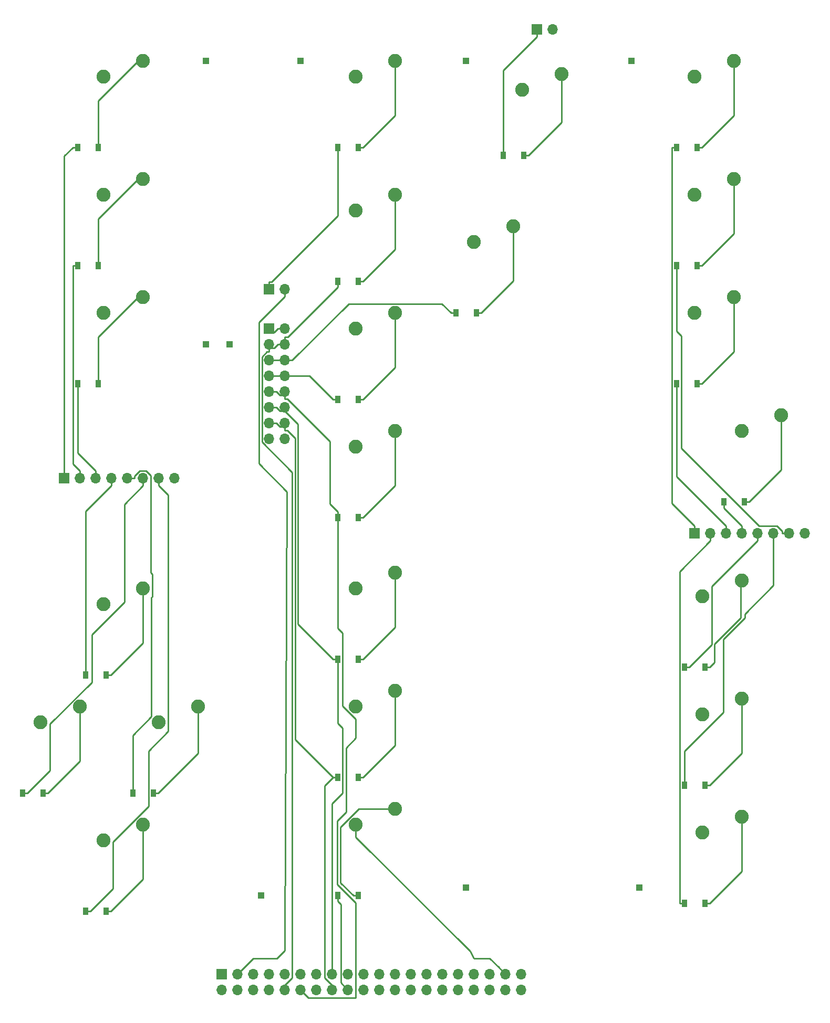
<source format=gbr>
%TF.GenerationSoftware,KiCad,Pcbnew,(5.1.10-1-10_14)*%
%TF.CreationDate,2021-05-06T19:08:34+01:00*%
%TF.ProjectId,haxophone001,6861786f-7068-46f6-9e65-3030312e6b69,rev?*%
%TF.SameCoordinates,Original*%
%TF.FileFunction,Copper,L1,Top*%
%TF.FilePolarity,Positive*%
%FSLAX46Y46*%
G04 Gerber Fmt 4.6, Leading zero omitted, Abs format (unit mm)*
G04 Created by KiCad (PCBNEW (5.1.10-1-10_14)) date 2021-05-06 19:08:34*
%MOMM*%
%LPD*%
G01*
G04 APERTURE LIST*
%TA.AperFunction,ComponentPad*%
%ADD10R,1.000000X1.000000*%
%TD*%
%TA.AperFunction,ComponentPad*%
%ADD11C,2.250000*%
%TD*%
%TA.AperFunction,ComponentPad*%
%ADD12O,1.700000X1.700000*%
%TD*%
%TA.AperFunction,ComponentPad*%
%ADD13R,1.700000X1.700000*%
%TD*%
%TA.AperFunction,SMDPad,CuDef*%
%ADD14R,0.900000X1.200000*%
%TD*%
%TA.AperFunction,Conductor*%
%ADD15C,0.250000*%
%TD*%
G04 APERTURE END LIST*
D10*
%TO.P,REF\u002A\u002A,1*%
%TO.N,N/C*%
X80010000Y-68580000D03*
%TD*%
%TO.P,REF\u002A\u002A,1*%
%TO.N,N/C*%
X76200000Y-68580000D03*
%TD*%
%TO.P,REF\u002A\u002A,1*%
%TO.N,N/C*%
X85090000Y-157480000D03*
%TD*%
%TO.P,REF\u002A\u002A,1*%
%TO.N,N/C*%
X91440000Y-22860000D03*
%TD*%
%TO.P,REF\u002A\u002A,1*%
%TO.N,N/C*%
X76200000Y-22860000D03*
%TD*%
%TO.P,REF\u002A\u002A,1*%
%TO.N,N/C*%
X144780000Y-22860000D03*
%TD*%
%TO.P,REF\u002A\u002A,1*%
%TO.N,N/C*%
X118110000Y-22860000D03*
%TD*%
%TO.P,REF\u002A\u002A,1*%
%TO.N,N/C*%
X146050000Y-156210000D03*
%TD*%
%TO.P,REF\u002A\u002A,1*%
%TO.N,N/C*%
X118110000Y-156210000D03*
%TD*%
D11*
%TO.P,MX7,2*%
%TO.N,Net-(D7-Pad2)*%
X66040000Y-146050000D03*
%TO.P,MX7,1*%
%TO.N,COL0_0*%
X59690000Y-148590000D03*
%TD*%
%TO.P,MX23,2*%
%TO.N,Net-(D23-Pad2)*%
X161290000Y-41910000D03*
%TO.P,MX23,1*%
%TO.N,COL2_2*%
X154940000Y-44450000D03*
%TD*%
D12*
%TO.P,J2,16*%
%TO.N,COL2*%
X88900000Y-83820000D03*
%TO.P,J2,15*%
%TO.N,COL0*%
X86360000Y-83820000D03*
%TO.P,J2,14*%
%TO.N,ROW6*%
X88900000Y-81280000D03*
%TO.P,J2,13*%
X86360000Y-81280000D03*
%TO.P,J2,12*%
%TO.N,ROW5*%
X88900000Y-78740000D03*
%TO.P,J2,11*%
X86360000Y-78740000D03*
%TO.P,J2,10*%
%TO.N,ROW4*%
X88900000Y-76200000D03*
%TO.P,J2,9*%
X86360000Y-76200000D03*
%TO.P,J2,8*%
%TO.N,ROW3*%
X88900000Y-73660000D03*
%TO.P,J2,7*%
X86360000Y-73660000D03*
%TO.P,J2,6*%
%TO.N,ROW2*%
X88900000Y-71120000D03*
%TO.P,J2,5*%
X86360000Y-71120000D03*
%TO.P,J2,4*%
%TO.N,ROW1*%
X88900000Y-68580000D03*
%TO.P,J2,3*%
X86360000Y-68580000D03*
%TO.P,J2,2*%
%TO.N,ROW0*%
X88900000Y-66040000D03*
D13*
%TO.P,J2,1*%
X86360000Y-66040000D03*
%TD*%
D11*
%TO.P,MX2,2*%
%TO.N,Net-(D2-Pad2)*%
X66040000Y-41910000D03*
%TO.P,MX2,1*%
%TO.N,COL0_0*%
X59690000Y-44450000D03*
%TD*%
D14*
%TO.P,D8,2*%
%TO.N,Net-(D8-Pad2)*%
X127380000Y-38100000D03*
%TO.P,D8,1*%
%TO.N,Net-(D8-Pad1)*%
X124080000Y-38100000D03*
%TD*%
D11*
%TO.P,MX16,2*%
%TO.N,Net-(D16-Pad2)*%
X106680000Y-143510000D03*
%TO.P,MX16,1*%
%TO.N,COL1*%
X100330000Y-146050000D03*
%TD*%
D14*
%TO.P,D16,2*%
%TO.N,Net-(D16-Pad2)*%
X100710000Y-157480000D03*
%TO.P,D16,1*%
%TO.N,ROW7*%
X97410000Y-157480000D03*
%TD*%
D11*
%TO.P,MX4,2*%
%TO.N,Net-(D4-Pad2)*%
X66040000Y-107950000D03*
%TO.P,MX4,1*%
%TO.N,COL0_0*%
X59690000Y-110490000D03*
%TD*%
%TO.P,MX22,2*%
%TO.N,Net-(D22-Pad2)*%
X162560000Y-125730000D03*
%TO.P,MX22,1*%
%TO.N,COL2_2*%
X156210000Y-128270000D03*
%TD*%
%TO.P,MX21,2*%
%TO.N,Net-(D21-Pad2)*%
X162560000Y-106680000D03*
%TO.P,MX21,1*%
%TO.N,COL2_2*%
X156210000Y-109220000D03*
%TD*%
%TO.P,MX20,2*%
%TO.N,Net-(D20-Pad2)*%
X168910000Y-80010000D03*
%TO.P,MX20,1*%
%TO.N,COL2_2*%
X162560000Y-82550000D03*
%TD*%
%TO.P,MX19,2*%
%TO.N,Net-(D19-Pad2)*%
X161290000Y-60960000D03*
%TO.P,MX19,1*%
%TO.N,COL2_2*%
X154940000Y-63500000D03*
%TD*%
%TO.P,MX18,2*%
%TO.N,Net-(D18-Pad2)*%
X162560000Y-144780000D03*
%TO.P,MX18,1*%
%TO.N,COL2_2*%
X156210000Y-147320000D03*
%TD*%
%TO.P,MX17,2*%
%TO.N,Net-(D17-Pad2)*%
X161290000Y-22860000D03*
%TO.P,MX17,1*%
%TO.N,COL2_2*%
X154940000Y-25400000D03*
%TD*%
%TO.P,MX15,2*%
%TO.N,Net-(D15-Pad2)*%
X106680000Y-124460000D03*
%TO.P,MX15,1*%
%TO.N,COL1*%
X100330000Y-127000000D03*
%TD*%
%TO.P,MX14,2*%
%TO.N,Net-(D14-Pad2)*%
X106680000Y-105410000D03*
%TO.P,MX14,1*%
%TO.N,COL1*%
X100330000Y-107950000D03*
%TD*%
%TO.P,MX13,2*%
%TO.N,Net-(D13-Pad2)*%
X106680000Y-82550000D03*
%TO.P,MX13,1*%
%TO.N,COL1*%
X100330000Y-85090000D03*
%TD*%
%TO.P,MX12,2*%
%TO.N,Net-(D12-Pad2)*%
X106680000Y-63500000D03*
%TO.P,MX12,1*%
%TO.N,COL1*%
X100330000Y-66040000D03*
%TD*%
D14*
%TO.P,D4,2*%
%TO.N,Net-(D4-Pad2)*%
X60070000Y-121920000D03*
%TO.P,D4,1*%
%TO.N,ROW0_3*%
X56770000Y-121920000D03*
%TD*%
%TO.P,D5,2*%
%TO.N,Net-(D5-Pad2)*%
X67690000Y-140970000D03*
%TO.P,D5,1*%
%TO.N,ROW0_4*%
X64390000Y-140970000D03*
%TD*%
%TO.P,D6,2*%
%TO.N,Net-(D6-Pad2)*%
X49910000Y-140970000D03*
%TO.P,D6,1*%
%TO.N,ROW0_5*%
X46610000Y-140970000D03*
%TD*%
%TO.P,D7,2*%
%TO.N,Net-(D7-Pad2)*%
X60070000Y-160020000D03*
%TO.P,D7,1*%
%TO.N,ROW0_6*%
X56770000Y-160020000D03*
%TD*%
%TO.P,D9,1*%
%TO.N,ROW0*%
X97410000Y-36830000D03*
%TO.P,D9,2*%
%TO.N,Net-(D9-Pad2)*%
X100710000Y-36830000D03*
%TD*%
%TO.P,D10,1*%
%TO.N,ROW1*%
X97410000Y-58420000D03*
%TO.P,D10,2*%
%TO.N,Net-(D10-Pad2)*%
X100710000Y-58420000D03*
%TD*%
%TO.P,D11,1*%
%TO.N,ROW2*%
X116460000Y-63500000D03*
%TO.P,D11,2*%
%TO.N,Net-(D11-Pad2)*%
X119760000Y-63500000D03*
%TD*%
%TO.P,D12,2*%
%TO.N,Net-(D12-Pad2)*%
X100710000Y-77470000D03*
%TO.P,D12,1*%
%TO.N,ROW3*%
X97410000Y-77470000D03*
%TD*%
%TO.P,D13,2*%
%TO.N,Net-(D13-Pad2)*%
X100710000Y-96520000D03*
%TO.P,D13,1*%
%TO.N,ROW4*%
X97410000Y-96520000D03*
%TD*%
%TO.P,D14,2*%
%TO.N,Net-(D14-Pad2)*%
X100710000Y-119380000D03*
%TO.P,D14,1*%
%TO.N,ROW5*%
X97410000Y-119380000D03*
%TD*%
%TO.P,D15,2*%
%TO.N,Net-(D15-Pad2)*%
X100710000Y-138430000D03*
%TO.P,D15,1*%
%TO.N,ROW6*%
X97410000Y-138430000D03*
%TD*%
%TO.P,D17,1*%
%TO.N,ROW2_0*%
X152020000Y-36830000D03*
%TO.P,D17,2*%
%TO.N,Net-(D17-Pad2)*%
X155320000Y-36830000D03*
%TD*%
%TO.P,D18,1*%
%TO.N,ROW2_1*%
X153290000Y-158750000D03*
%TO.P,D18,2*%
%TO.N,Net-(D18-Pad2)*%
X156590000Y-158750000D03*
%TD*%
%TO.P,D19,1*%
%TO.N,ROW2_2*%
X152020000Y-74930000D03*
%TO.P,D19,2*%
%TO.N,Net-(D19-Pad2)*%
X155320000Y-74930000D03*
%TD*%
%TO.P,D20,1*%
%TO.N,ROW2_3*%
X159640000Y-93980000D03*
%TO.P,D20,2*%
%TO.N,Net-(D20-Pad2)*%
X162940000Y-93980000D03*
%TD*%
%TO.P,D21,2*%
%TO.N,Net-(D21-Pad2)*%
X156590000Y-120650000D03*
%TO.P,D21,1*%
%TO.N,ROW2_4*%
X153290000Y-120650000D03*
%TD*%
%TO.P,D22,2*%
%TO.N,Net-(D22-Pad2)*%
X156590000Y-139700000D03*
%TO.P,D22,1*%
%TO.N,ROW2_5*%
X153290000Y-139700000D03*
%TD*%
%TO.P,D23,2*%
%TO.N,Net-(D23-Pad2)*%
X155320000Y-55880000D03*
%TO.P,D23,1*%
%TO.N,ROW2_6*%
X152020000Y-55880000D03*
%TD*%
D13*
%TO.P,J3,1*%
%TO.N,N/C*%
X78740000Y-170180000D03*
D12*
%TO.P,J3,2*%
X78740000Y-172720000D03*
%TO.P,J3,3*%
%TO.N,COL3*%
X81280000Y-170180000D03*
%TO.P,J3,4*%
%TO.N,N/C*%
X81280000Y-172720000D03*
%TO.P,J3,5*%
X83820000Y-170180000D03*
%TO.P,J3,6*%
X83820000Y-172720000D03*
%TO.P,J3,7*%
X86360000Y-170180000D03*
%TO.P,J3,8*%
%TO.N,ROW0*%
X86360000Y-172720000D03*
%TO.P,J3,9*%
%TO.N,N/C*%
X88900000Y-170180000D03*
%TO.P,J3,10*%
%TO.N,ROW1*%
X88900000Y-172720000D03*
%TO.P,J3,11*%
%TO.N,ROW3*%
X91440000Y-170180000D03*
%TO.P,J3,12*%
%TO.N,ROW4*%
X91440000Y-172720000D03*
%TO.P,J3,13*%
%TO.N,COL2*%
X93980000Y-170180000D03*
%TO.P,J3,14*%
%TO.N,N/C*%
X93980000Y-172720000D03*
%TO.P,J3,15*%
%TO.N,ROW5*%
X96520000Y-170180000D03*
%TO.P,J3,16*%
%TO.N,ROW6*%
X96520000Y-172720000D03*
%TO.P,J3,17*%
%TO.N,N/C*%
X99060000Y-170180000D03*
%TO.P,J3,18*%
%TO.N,ROW7*%
X99060000Y-172720000D03*
%TO.P,J3,19*%
%TO.N,N/C*%
X101600000Y-170180000D03*
%TO.P,J3,20*%
X101600000Y-172720000D03*
%TO.P,J3,21*%
X104140000Y-170180000D03*
%TO.P,J3,22*%
%TO.N,COL0*%
X104140000Y-172720000D03*
%TO.P,J3,23*%
%TO.N,N/C*%
X106680000Y-170180000D03*
%TO.P,J3,24*%
X106680000Y-172720000D03*
%TO.P,J3,25*%
X109220000Y-170180000D03*
%TO.P,J3,26*%
X109220000Y-172720000D03*
%TO.P,J3,27*%
X111760000Y-170180000D03*
%TO.P,J3,28*%
X111760000Y-172720000D03*
%TO.P,J3,29*%
X114300000Y-170180000D03*
%TO.P,J3,30*%
X114300000Y-172720000D03*
%TO.P,J3,31*%
X116840000Y-170180000D03*
%TO.P,J3,32*%
X116840000Y-172720000D03*
%TO.P,J3,33*%
X119380000Y-170180000D03*
%TO.P,J3,34*%
X119380000Y-172720000D03*
%TO.P,J3,35*%
X121920000Y-170180000D03*
%TO.P,J3,36*%
%TO.N,ROW2*%
X121920000Y-172720000D03*
%TO.P,J3,37*%
%TO.N,COL1*%
X124460000Y-170180000D03*
%TO.P,J3,38*%
%TO.N,N/C*%
X124460000Y-172720000D03*
%TO.P,J3,39*%
X127000000Y-170180000D03*
%TO.P,J3,40*%
X127000000Y-172720000D03*
%TD*%
%TO.P,J6,2*%
%TO.N,COL3*%
X88900000Y-59690000D03*
D13*
%TO.P,J6,1*%
%TO.N,ROW0*%
X86360000Y-59690000D03*
%TD*%
D12*
%TO.P,J5,2*%
%TO.N,Net-(J5-Pad2)*%
X132080000Y-17780000D03*
D13*
%TO.P,J5,1*%
%TO.N,Net-(D8-Pad1)*%
X129540000Y-17780000D03*
%TD*%
D11*
%TO.P,MX8,2*%
%TO.N,Net-(D8-Pad2)*%
X133505000Y-24935000D03*
%TO.P,MX8,1*%
%TO.N,Net-(J5-Pad2)*%
X127155000Y-27475000D03*
%TD*%
%TO.P,MX11,2*%
%TO.N,Net-(D11-Pad2)*%
X125730000Y-49530000D03*
%TO.P,MX11,1*%
%TO.N,COL1*%
X119380000Y-52070000D03*
%TD*%
%TO.P,MX6,2*%
%TO.N,Net-(D6-Pad2)*%
X55880000Y-127000000D03*
%TO.P,MX6,1*%
%TO.N,COL0_0*%
X49530000Y-129540000D03*
%TD*%
%TO.P,MX10,2*%
%TO.N,Net-(D10-Pad2)*%
X106680000Y-44450000D03*
%TO.P,MX10,1*%
%TO.N,COL1*%
X100330000Y-46990000D03*
%TD*%
%TO.P,MX9,2*%
%TO.N,Net-(D9-Pad2)*%
X106680000Y-22860000D03*
%TO.P,MX9,1*%
%TO.N,COL1*%
X100330000Y-25400000D03*
%TD*%
%TO.P,MX5,2*%
%TO.N,Net-(D5-Pad2)*%
X74930000Y-127000000D03*
%TO.P,MX5,1*%
%TO.N,COL0_0*%
X68580000Y-129540000D03*
%TD*%
D14*
%TO.P,D2,1*%
%TO.N,ROW0_1*%
X55500000Y-55880000D03*
%TO.P,D2,2*%
%TO.N,Net-(D2-Pad2)*%
X58800000Y-55880000D03*
%TD*%
%TO.P,D3,1*%
%TO.N,ROW0_2*%
X55500000Y-74930000D03*
%TO.P,D3,2*%
%TO.N,Net-(D3-Pad2)*%
X58800000Y-74930000D03*
%TD*%
%TO.P,D1,1*%
%TO.N,ROW0_0*%
X55500000Y-36830000D03*
%TO.P,D1,2*%
%TO.N,Net-(D1-Pad2)*%
X58800000Y-36830000D03*
%TD*%
D12*
%TO.P,J1,8*%
%TO.N,COL0_0*%
X71120000Y-90170000D03*
%TO.P,J1,7*%
%TO.N,ROW0_6*%
X68580000Y-90170000D03*
%TO.P,J1,6*%
%TO.N,ROW0_5*%
X66040000Y-90170000D03*
%TO.P,J1,5*%
%TO.N,ROW0_4*%
X63500000Y-90170000D03*
%TO.P,J1,4*%
%TO.N,ROW0_3*%
X60960000Y-90170000D03*
%TO.P,J1,3*%
%TO.N,ROW0_2*%
X58420000Y-90170000D03*
%TO.P,J1,2*%
%TO.N,ROW0_1*%
X55880000Y-90170000D03*
D13*
%TO.P,J1,1*%
%TO.N,ROW0_0*%
X53340000Y-90170000D03*
%TD*%
D11*
%TO.P,MX1,2*%
%TO.N,Net-(D1-Pad2)*%
X66040000Y-22860000D03*
%TO.P,MX1,1*%
%TO.N,COL0_0*%
X59690000Y-25400000D03*
%TD*%
D12*
%TO.P,J4,8*%
%TO.N,COL2_2*%
X172720000Y-99060000D03*
%TO.P,J4,7*%
%TO.N,ROW2_6*%
X170180000Y-99060000D03*
%TO.P,J4,6*%
%TO.N,ROW2_5*%
X167640000Y-99060000D03*
%TO.P,J4,5*%
%TO.N,ROW2_4*%
X165100000Y-99060000D03*
%TO.P,J4,4*%
%TO.N,ROW2_3*%
X162560000Y-99060000D03*
%TO.P,J4,3*%
%TO.N,ROW2_2*%
X160020000Y-99060000D03*
%TO.P,J4,2*%
%TO.N,ROW2_1*%
X157480000Y-99060000D03*
D13*
%TO.P,J4,1*%
%TO.N,ROW2_0*%
X154940000Y-99060000D03*
%TD*%
D11*
%TO.P,MX3,2*%
%TO.N,Net-(D3-Pad2)*%
X66040000Y-60960000D03*
%TO.P,MX3,1*%
%TO.N,COL0_0*%
X59690000Y-63500000D03*
%TD*%
D15*
%TO.N,ROW0*%
X86360000Y-66040000D02*
X86360000Y-66609800D01*
X86360000Y-66609800D02*
X87154900Y-66609800D01*
X87154900Y-66609800D02*
X87724700Y-66040000D01*
X88900000Y-66040000D02*
X87724700Y-66040000D01*
X86360000Y-58514700D02*
X86727300Y-58514700D01*
X86727300Y-58514700D02*
X97410000Y-47832000D01*
X97410000Y-47832000D02*
X97410000Y-36830000D01*
X86360000Y-59690000D02*
X86360000Y-58514700D01*
%TO.N,Net-(D1-Pad2)*%
X58800000Y-36830000D02*
X58800000Y-29297800D01*
X58800000Y-29297800D02*
X65237800Y-22860000D01*
X65237800Y-22860000D02*
X66040000Y-22860000D01*
%TO.N,ROW1*%
X86360000Y-68580000D02*
X86360000Y-69167600D01*
X86360000Y-69167600D02*
X87137100Y-69167600D01*
X87137100Y-69167600D02*
X87724700Y-68580000D01*
X88900000Y-68580000D02*
X87724700Y-68580000D01*
X97410000Y-59345300D02*
X89350600Y-67404700D01*
X89350600Y-67404700D02*
X88900000Y-67404700D01*
X88900000Y-68580000D02*
X88900000Y-67404700D01*
X97410000Y-58420000D02*
X97410000Y-59345300D01*
X88900000Y-171919002D02*
X88900000Y-172720000D01*
X90075300Y-89197500D02*
X90075300Y-170743702D01*
X86360000Y-69755300D02*
X85992600Y-69755300D01*
X85184700Y-84306900D02*
X90075300Y-89197500D01*
X90075300Y-170743702D02*
X88900000Y-171919002D01*
X85992600Y-69755300D02*
X85184700Y-70563200D01*
X85184700Y-70563200D02*
X85184700Y-84306900D01*
X86360000Y-69167600D02*
X86360000Y-69755300D01*
%TO.N,Net-(D2-Pad2)*%
X58800000Y-55880000D02*
X58800000Y-48347800D01*
X58800000Y-48347800D02*
X65237800Y-41910000D01*
X65237800Y-41910000D02*
X66040000Y-41910000D01*
%TO.N,ROW2*%
X86360000Y-71120000D02*
X88900000Y-71120000D01*
X90075300Y-71120000D02*
X99159600Y-62035700D01*
X99159600Y-62035700D02*
X114220400Y-62035700D01*
X114220400Y-62035700D02*
X115684700Y-63500000D01*
X88900000Y-71120000D02*
X90075300Y-71120000D01*
X116460000Y-63500000D02*
X115684700Y-63500000D01*
%TO.N,Net-(D3-Pad2)*%
X58800000Y-74930000D02*
X58800000Y-67397800D01*
X58800000Y-67397800D02*
X65237800Y-60960000D01*
X65237800Y-60960000D02*
X66040000Y-60960000D01*
%TO.N,ROW3*%
X97410000Y-77470000D02*
X96634700Y-77470000D01*
X88900000Y-73660000D02*
X86360000Y-73660000D01*
X88900000Y-73660000D02*
X92824700Y-73660000D01*
X92824700Y-73660000D02*
X96634700Y-77470000D01*
%TO.N,Net-(D4-Pad2)*%
X66040000Y-107950000D02*
X66040000Y-116725300D01*
X66040000Y-116725300D02*
X60845300Y-121920000D01*
X60070000Y-121920000D02*
X60845300Y-121920000D01*
%TO.N,Net-(D5-Pad2)*%
X68465300Y-140970000D02*
X74930000Y-134505300D01*
X74930000Y-134505300D02*
X74930000Y-127000000D01*
X67690000Y-140970000D02*
X68465300Y-140970000D01*
%TO.N,ROW4*%
X97410000Y-96520000D02*
X97410000Y-95594700D01*
X88900000Y-76200000D02*
X88900000Y-76787600D01*
X88900000Y-76787600D02*
X88900000Y-77375300D01*
X88900000Y-76787600D02*
X88122900Y-76787600D01*
X88122900Y-76787600D02*
X87535300Y-76200000D01*
X86360000Y-76200000D02*
X87535300Y-76200000D01*
X88900000Y-77375300D02*
X89267300Y-77375300D01*
X89267300Y-77375300D02*
X96136200Y-84244200D01*
X96136200Y-84244200D02*
X96136200Y-94321000D01*
X96136200Y-94321000D02*
X96136300Y-94321000D01*
X96136300Y-94321000D02*
X97410000Y-95594700D01*
X92710000Y-173990000D02*
X91440000Y-172720000D01*
X100330000Y-173990000D02*
X92710000Y-173990000D01*
X98768200Y-144015300D02*
X97351900Y-145431600D01*
X97410000Y-96520000D02*
X97410000Y-114352900D01*
X97351900Y-155693600D02*
X100330000Y-158671700D01*
X98768200Y-133655500D02*
X98768200Y-144015300D01*
X100322200Y-132101500D02*
X98768200Y-133655500D01*
X100330000Y-158671700D02*
X100330000Y-173990000D01*
X98185400Y-115128300D02*
X98185400Y-126906500D01*
X100322200Y-129043300D02*
X100322200Y-132101500D01*
X97351900Y-145431600D02*
X97351900Y-155693600D01*
X97410000Y-114352900D02*
X98185400Y-115128300D01*
X98185400Y-126906500D02*
X100322200Y-129043300D01*
%TO.N,Net-(D6-Pad2)*%
X50685300Y-140970000D02*
X55880000Y-135775300D01*
X49910000Y-140970000D02*
X50685300Y-140970000D01*
X55880000Y-135775300D02*
X55880000Y-127000000D01*
%TO.N,ROW5*%
X88900000Y-78740000D02*
X88900000Y-79327600D01*
X88900000Y-79327600D02*
X88122900Y-79327600D01*
X88122900Y-79327600D02*
X87535300Y-78740000D01*
X86360000Y-78740000D02*
X87535300Y-78740000D01*
X96634700Y-119380000D02*
X90992400Y-113737700D01*
X90992400Y-113737700D02*
X90992400Y-81420000D01*
X90992400Y-81420000D02*
X88900000Y-79327600D01*
X97410000Y-119380000D02*
X96634700Y-119380000D01*
X96520000Y-167640000D02*
X96520000Y-170180000D01*
X96520000Y-142634800D02*
X96520000Y-167640000D01*
X98185400Y-140969400D02*
X96520000Y-142634800D01*
X97410000Y-129686200D02*
X98185400Y-130461600D01*
X98185400Y-130461600D02*
X98185400Y-140969400D01*
X97410000Y-119380000D02*
X97410000Y-129686200D01*
%TO.N,Net-(D7-Pad2)*%
X66040000Y-146050000D02*
X66040000Y-154825300D01*
X66040000Y-154825300D02*
X60845300Y-160020000D01*
X60070000Y-160020000D02*
X60845300Y-160020000D01*
%TO.N,ROW6*%
X97410000Y-138430000D02*
X96747300Y-138430000D01*
X96747300Y-138430000D02*
X96634800Y-138430000D01*
X96634800Y-138430000D02*
X90525600Y-132320800D01*
X90525600Y-132320800D02*
X90525600Y-83713500D01*
X90525600Y-83713500D02*
X89267400Y-82455300D01*
X89267400Y-82455300D02*
X88900000Y-82455300D01*
X88900000Y-81280000D02*
X88900000Y-81867600D01*
X88900000Y-81867600D02*
X88900000Y-82455300D01*
X88900000Y-81867600D02*
X88122900Y-81867600D01*
X88122900Y-81867600D02*
X87535300Y-81280000D01*
X86360000Y-81280000D02*
X87535300Y-81280000D01*
X96520000Y-171919002D02*
X96520000Y-172720000D01*
X95325100Y-170724102D02*
X96520000Y-171919002D01*
X95325100Y-139739700D02*
X95325100Y-170724102D01*
X96634800Y-138430000D02*
X95325100Y-139739700D01*
%TO.N,Net-(D8-Pad2)*%
X133505000Y-24935000D02*
X133505000Y-32750300D01*
X133505000Y-32750300D02*
X128155300Y-38100000D01*
X127380000Y-38100000D02*
X128155300Y-38100000D01*
%TO.N,ROW7*%
X97884700Y-158880000D02*
X97884700Y-171544700D01*
X97884700Y-171544700D02*
X99060000Y-172720000D01*
X97410000Y-158405300D02*
X97884700Y-158880000D01*
X97410000Y-157480000D02*
X97410000Y-158405300D01*
%TO.N,Net-(D9-Pad2)*%
X101485300Y-36830000D02*
X106680000Y-31635300D01*
X106680000Y-31635300D02*
X106680000Y-22860000D01*
X100710000Y-36830000D02*
X101485300Y-36830000D01*
%TO.N,Net-(D10-Pad2)*%
X101485300Y-58420000D02*
X106680000Y-53225300D01*
X106680000Y-53225300D02*
X106680000Y-44450000D01*
X100710000Y-58420000D02*
X101485300Y-58420000D01*
%TO.N,Net-(D11-Pad2)*%
X120535300Y-63500000D02*
X125730000Y-58305300D01*
X125730000Y-58305300D02*
X125730000Y-49530000D01*
X119760000Y-63500000D02*
X120535300Y-63500000D01*
%TO.N,Net-(D12-Pad2)*%
X101485300Y-77470000D02*
X106680000Y-72275300D01*
X106680000Y-72275300D02*
X106680000Y-63500000D01*
X100710000Y-77470000D02*
X101485300Y-77470000D01*
%TO.N,Net-(D13-Pad2)*%
X101485300Y-96520000D02*
X106680000Y-91325300D01*
X106680000Y-91325300D02*
X106680000Y-82550000D01*
X100710000Y-96520000D02*
X101485300Y-96520000D01*
%TO.N,Net-(D14-Pad2)*%
X101485300Y-119380000D02*
X106680000Y-114185300D01*
X106680000Y-114185300D02*
X106680000Y-105410000D01*
X100710000Y-119380000D02*
X101485300Y-119380000D01*
%TO.N,Net-(D15-Pad2)*%
X101485300Y-138430000D02*
X106680000Y-133235300D01*
X106680000Y-133235300D02*
X106680000Y-124460000D01*
X100710000Y-138430000D02*
X101485300Y-138430000D01*
%TO.N,Net-(D16-Pad2)*%
X100710000Y-157480000D02*
X99934700Y-157480000D01*
X99934700Y-157480000D02*
X97855400Y-155400700D01*
X97855400Y-155400700D02*
X97855400Y-146459800D01*
X97855400Y-146459800D02*
X100805200Y-143510000D01*
X100805200Y-143510000D02*
X106680000Y-143510000D01*
%TO.N,Net-(D17-Pad2)*%
X156095300Y-36830000D02*
X161290000Y-31635300D01*
X161290000Y-31635300D02*
X161290000Y-22860000D01*
X155320000Y-36830000D02*
X156095300Y-36830000D01*
%TO.N,Net-(D18-Pad2)*%
X157365300Y-158750000D02*
X162560000Y-153555300D01*
X162560000Y-153555300D02*
X162560000Y-144780000D01*
X156590000Y-158750000D02*
X157365300Y-158750000D01*
%TO.N,Net-(D19-Pad2)*%
X156095300Y-74930000D02*
X161290000Y-69735300D01*
X161290000Y-69735300D02*
X161290000Y-60960000D01*
X155320000Y-74930000D02*
X156095300Y-74930000D01*
%TO.N,Net-(D20-Pad2)*%
X163715300Y-93980000D02*
X168910000Y-88785300D01*
X168910000Y-88785300D02*
X168910000Y-80010000D01*
X162940000Y-93980000D02*
X163715300Y-93980000D01*
%TO.N,Net-(D21-Pad2)*%
X157365300Y-120650000D02*
X158151100Y-119864200D01*
X158151100Y-119864200D02*
X158151100Y-116909000D01*
X158151100Y-116909000D02*
X162388500Y-112671600D01*
X162388500Y-112671600D02*
X162388500Y-106851500D01*
X162388500Y-106851500D02*
X162560000Y-106680000D01*
X156590000Y-120650000D02*
X157365300Y-120650000D01*
%TO.N,Net-(D22-Pad2)*%
X157365300Y-139700000D02*
X162560000Y-134505300D01*
X162560000Y-134505300D02*
X162560000Y-125730000D01*
X156590000Y-139700000D02*
X157365300Y-139700000D01*
%TO.N,Net-(D23-Pad2)*%
X156095300Y-55880000D02*
X161290000Y-50685300D01*
X161290000Y-50685300D02*
X161290000Y-41910000D01*
X155320000Y-55880000D02*
X156095300Y-55880000D01*
%TO.N,COL1*%
X123284700Y-169004700D02*
X124460000Y-170180000D01*
X121920000Y-167640000D02*
X123284700Y-169004700D01*
X119380000Y-167640000D02*
X121920000Y-167640000D01*
X118710600Y-166464700D02*
X119380000Y-167640000D01*
X100330000Y-148084100D02*
X118710600Y-166464700D01*
X100330000Y-146050000D02*
X100330000Y-148084100D01*
%TO.N,ROW0_0*%
X53340000Y-90170000D02*
X53340000Y-38214700D01*
X53340000Y-38214700D02*
X54724700Y-36830000D01*
X55500000Y-36830000D02*
X54724700Y-36830000D01*
%TO.N,ROW0_1*%
X55880000Y-88994700D02*
X54724700Y-87839400D01*
X54724700Y-87839400D02*
X54724700Y-55880000D01*
X55880000Y-90170000D02*
X55880000Y-88994700D01*
X55500000Y-55880000D02*
X54724700Y-55880000D01*
%TO.N,ROW0_2*%
X58420000Y-88994700D02*
X55500000Y-86074700D01*
X55500000Y-86074700D02*
X55500000Y-74930000D01*
X58420000Y-90170000D02*
X58420000Y-88994700D01*
%TO.N,ROW0_3*%
X60960000Y-91345300D02*
X56770000Y-95535300D01*
X56770000Y-95535300D02*
X56770000Y-121920000D01*
X60960000Y-90170000D02*
X60960000Y-91345300D01*
%TO.N,ROW0_4*%
X64675300Y-90170000D02*
X64675300Y-89802700D01*
X64675300Y-89802700D02*
X65488400Y-88989600D01*
X65488400Y-88989600D02*
X66528200Y-88989600D01*
X66528200Y-88989600D02*
X67310000Y-89771400D01*
X67310000Y-89771400D02*
X67310000Y-105430400D01*
X67310000Y-105430400D02*
X67501600Y-105622000D01*
X67501600Y-105622000D02*
X67501600Y-109278400D01*
X67501600Y-109278400D02*
X67379700Y-109400300D01*
X67379700Y-109400300D02*
X67379700Y-128633600D01*
X67379700Y-128633600D02*
X64390000Y-131623300D01*
X64390000Y-131623300D02*
X64390000Y-140970000D01*
X63500000Y-90170000D02*
X64675300Y-90170000D01*
%TO.N,ROW0_5*%
X66040000Y-91345300D02*
X63024400Y-94360900D01*
X63024400Y-94360900D02*
X63024400Y-110123300D01*
X63024400Y-110123300D02*
X57768500Y-115379200D01*
X57768500Y-115379200D02*
X57768500Y-123060400D01*
X57768500Y-123060400D02*
X51020700Y-129808200D01*
X51020700Y-129808200D02*
X51020700Y-137334600D01*
X51020700Y-137334600D02*
X47385300Y-140970000D01*
X66040000Y-90170000D02*
X66040000Y-91345300D01*
X46610000Y-140970000D02*
X47385300Y-140970000D01*
%TO.N,ROW0_6*%
X68580000Y-91345300D02*
X70086100Y-92851400D01*
X70086100Y-92851400D02*
X70086100Y-131001600D01*
X70086100Y-131001600D02*
X66914600Y-134173100D01*
X66914600Y-134173100D02*
X66914600Y-143098000D01*
X66914600Y-143098000D02*
X61180700Y-148831900D01*
X61180700Y-148831900D02*
X61180700Y-156384600D01*
X61180700Y-156384600D02*
X57545300Y-160020000D01*
X68580000Y-90170000D02*
X68580000Y-91345300D01*
X56770000Y-160020000D02*
X57545300Y-160020000D01*
%TO.N,ROW2_0*%
X154940000Y-97884700D02*
X151244700Y-94189400D01*
X151244700Y-94189400D02*
X151244700Y-36830000D01*
X154940000Y-99060000D02*
X154940000Y-97884700D01*
X152020000Y-36830000D02*
X151244700Y-36830000D01*
%TO.N,ROW2_1*%
X157480000Y-100235300D02*
X152514700Y-105200600D01*
X152514700Y-105200600D02*
X152514700Y-158750000D01*
X157480000Y-99060000D02*
X157480000Y-100235300D01*
X153290000Y-158750000D02*
X152514700Y-158750000D01*
%TO.N,ROW2_2*%
X160020000Y-97884700D02*
X152020000Y-89884700D01*
X152020000Y-89884700D02*
X152020000Y-74930000D01*
X160020000Y-99060000D02*
X160020000Y-97884700D01*
%TO.N,ROW2_3*%
X162560000Y-97884700D02*
X159640000Y-94964700D01*
X159640000Y-94964700D02*
X159640000Y-93980000D01*
X162560000Y-99060000D02*
X162560000Y-97884700D01*
%TO.N,ROW2_4*%
X165100000Y-100235300D02*
X157700700Y-107634600D01*
X157700700Y-107634600D02*
X157700700Y-117014600D01*
X157700700Y-117014600D02*
X154065300Y-120650000D01*
X165100000Y-99060000D02*
X165100000Y-100235300D01*
X153290000Y-120650000D02*
X154065300Y-120650000D01*
%TO.N,ROW2_5*%
X153290000Y-139700000D02*
X153290000Y-134157700D01*
X153290000Y-134157700D02*
X159544400Y-127903300D01*
X159544400Y-127903300D02*
X159544400Y-116152600D01*
X159544400Y-116152600D02*
X162998100Y-112698900D01*
X162998100Y-112698900D02*
X162998100Y-112062000D01*
X162998100Y-112062000D02*
X167640000Y-107420100D01*
X167640000Y-107420100D02*
X167640000Y-99060000D01*
%TO.N,ROW2_6*%
X152020000Y-55880000D02*
X152020000Y-66465000D01*
X152020000Y-66465000D02*
X152795400Y-67240400D01*
X152795400Y-67240400D02*
X152795400Y-85360100D01*
X152795400Y-85360100D02*
X165320000Y-97884700D01*
X165320000Y-97884700D02*
X168196800Y-97884700D01*
X168196800Y-97884700D02*
X169004700Y-98692600D01*
X169004700Y-98692600D02*
X169004700Y-99060000D01*
X170180000Y-99060000D02*
X169004700Y-99060000D01*
%TO.N,COL2_2*%
X154545000Y-63105000D02*
X154940000Y-63500000D01*
%TO.N,Net-(D8-Pad1)*%
X129540000Y-18955300D02*
X124080000Y-24415300D01*
X124080000Y-24415300D02*
X124080000Y-38100000D01*
X129540000Y-17780000D02*
X129540000Y-18955300D01*
%TO.N,COL3*%
X81774988Y-170180000D02*
X81280000Y-170180000D01*
X88900000Y-59690000D02*
X88900000Y-60865300D01*
X89239400Y-92329700D02*
X88900000Y-165100000D01*
X88900000Y-60865300D02*
X84734300Y-65031000D01*
X84734300Y-87824600D02*
X89239400Y-92329700D01*
X84734300Y-65031000D02*
X84734300Y-87824600D01*
X88900000Y-165100000D02*
X88900000Y-166370000D01*
X88900000Y-166370000D02*
X87630000Y-167640000D01*
X83820000Y-167640000D02*
X81280000Y-170180000D01*
X87630000Y-167640000D02*
X83820000Y-167640000D01*
%TD*%
M02*

</source>
